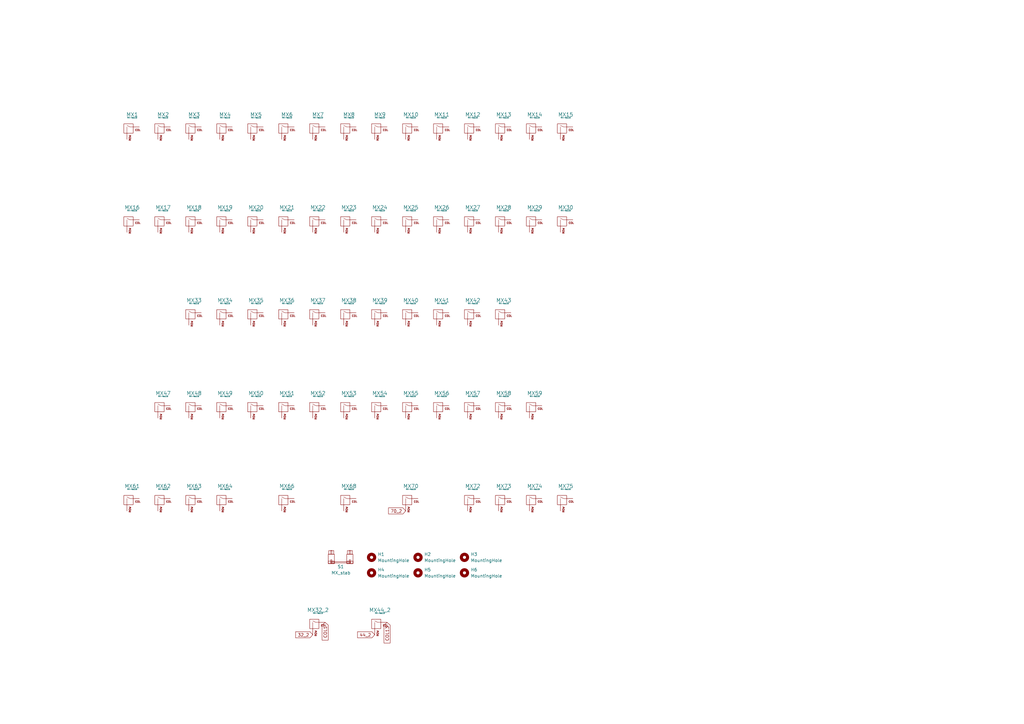
<source format=kicad_sch>
(kicad_sch (version 20230121) (generator eeschema)
  (paper "A3")
  (lib_symbols
    (symbol "MX_Alps_Hybrid:MX-NoLED" (pin_names (offset 1.016))
      (property "Reference" "MX" (at -0.635 3.81 0))
      (property "Value" "MX-NoLED" (at -0.635 1.27 0))
      (symbol "MX-NoLED_0_0"
        (rectangle (start -2.54 2.54) (end 1.27 -1.27))
        (polyline (pts (xy -1.27 -1.27) (xy -1.27 1.27)) (stroke (width 0.127)))
        (polyline (pts (xy 1.27 1.27) (xy 0 1.27) (xy -1.27 1.905)) (stroke (width 0.127)))
        (text "COL" (at 3.175 0 0) (effects (font (size 0.762 0.762))))
        (text "ROW" (at 0 -1.905 900) (effects (font (size 0.762 0.762)) (justify right)))
      )
      (symbol "MX-NoLED_1_1"
        (pin passive line (at 3.81 1.27 180) (length 2.54) (name "COL") (number "1"))
        (pin passive line (at -1.27 -3.81 90) (length 2.54) (name "ROW") (number "2"))
      )
    )
    (symbol "Mechanical:MountingHole" (pin_names (offset 1.016))
      (property "Reference" "H" (at 0 5.08 0))
      (property "Value" "MountingHole" (at 0 3.175 0))
      (symbol "MountingHole_0_1"
        (circle (center 0 0) (radius 1.27) (stroke (width 1.27)))
      )
    )
    (symbol "marbastlib-mx:MX_stab" (pin_names (offset 1.016))
      (property "Reference" "S" (at -5.08 6.35 0))
      (property "Value" "MX_stab" (at -5.08 3.81 0))
      (symbol "MX_stab_0_1"
        (rectangle (start -5.08 -1.524) (end -2.54 -2.54))
        (rectangle (start -5.08 1.27) (end -2.54 -2.54))
        (rectangle (start -4.826 2.794) (end -2.794 1.27))
        (rectangle (start -4.064 -2.286) (end -3.556 -1.016))
        (rectangle (start -4.064 -1.778) (end 4.064 -2.286))
        (rectangle (start -4.064 1.27) (end -3.556 2.794))
        (rectangle (start 2.54 -1.524) (end 5.08 -2.54))
        (rectangle (start 2.54 1.27) (end 5.08 -2.54))
        (rectangle (start 2.794 2.794) (end 4.826 1.27))
        (rectangle (start 3.556 1.27) (end 4.064 2.794))
        (rectangle (start 4.064 -2.286) (end 3.556 -1.016))
      )
    )
  )
  (global_label "COL1" (shape input) (at 133.35 255.27 270) (property "Intersheetrefs" "${INTERSHEET_REFS}" (effects hide)))
  (global_label "32_2" (shape input) (at 128.27 260.35 180) (property "Intersheetrefs" "${INTERSHEET_REFS}" (effects hide)))
  (global_label "70_2" (shape input) (at 166.37 209.55 180) (property "Intersheetrefs" "${INTERSHEET_REFS}" (effects hide)))
  (global_label "44_2" (shape input) (at 153.67 260.35 180) (property "Intersheetrefs" "${INTERSHEET_REFS}" (effects hide)))
  (global_label "COL13" (shape input) (at 158.75 255.27 270) (property "Intersheetrefs" "${INTERSHEET_REFS}" (effects hide)))
  (symbol (lib_id "MX_Alps_Hybrid:MX-NoLED") (at 167.64 91.44 0) (unit 1)
    (property "Reference" "MX25" (at 168.5256 85.09 0) (effects (font (size 1.524 1.524))))
    (property "Value" "MX-NoLED" (at 168.5256 86.36 0) (effects (font (size 0.508 0.508))))
    (property "Footprint" "marbastlib-xp-plate-mx:Plate-MP_MX_1u" (effects hide))
  )
  (symbol (lib_id "MX_Alps_Hybrid:MX-NoLED") (at 193.04 53.34 0) (unit 1)
    (property "Reference" "MX12" (at 193.9256 46.99 0) (effects (font (size 1.524 1.524))))
    (property "Value" "MX-NoLED" (at 193.9256 48.26 0) (effects (font (size 0.508 0.508))))
    (property "Footprint" "marbastlib-xp-plate-mx:Plate-MP_MX_1u" (effects hide))
  )
  (symbol (lib_id "MX_Alps_Hybrid:MX-NoLED") (at 66.04 53.34 0) (unit 1)
    (property "Reference" "MX2" (at 66.9256 46.99 0) (effects (font (size 1.524 1.524))))
    (property "Value" "MX-NoLED" (at 66.9256 48.26 0) (effects (font (size 0.508 0.508))))
    (property "Footprint" "marbastlib-xp-plate-mx:Plate-MP_MX_1u" (effects hide))
  )
  (symbol (lib_id "MX_Alps_Hybrid:MX-NoLED") (at 129.54 167.64 0) (unit 1)
    (property "Reference" "MX52" (at 130.4256 161.29 0) (effects (font (size 1.524 1.524))))
    (property "Value" "MX-NoLED" (at 130.4256 162.56 0) (effects (font (size 0.508 0.508))))
    (property "Footprint" "marbastlib-xp-plate-mx:Plate-MP_MX_1u" (effects hide))
  )
  (symbol (lib_id "MX_Alps_Hybrid:MX-NoLED") (at 91.44 91.44 0) (unit 1)
    (property "Reference" "MX19" (at 92.3256 85.09 0) (effects (font (size 1.524 1.524))))
    (property "Value" "MX-NoLED" (at 92.3256 86.36 0) (effects (font (size 0.508 0.508))))
    (property "Footprint" "marbastlib-xp-plate-mx:Plate-MP_MX_1u" (effects hide))
  )
  (symbol (lib_id "MX_Alps_Hybrid:MX-NoLED") (at 154.94 167.64 0) (unit 1)
    (property "Reference" "MX54" (at 155.8256 161.29 0) (effects (font (size 1.524 1.524))))
    (property "Value" "MX-NoLED" (at 155.8256 162.56 0) (effects (font (size 0.508 0.508))))
    (property "Footprint" "marbastlib-xp-plate-mx:Plate-MP_MX_1u" (effects hide))
  )
  (symbol (lib_id "MX_Alps_Hybrid:MX-NoLED") (at 78.74 129.54 0) (unit 1)
    (property "Reference" "MX33" (at 79.6256 123.19 0) (effects (font (size 1.524 1.524))))
    (property "Value" "MX-NoLED" (at 79.6256 124.46 0) (effects (font (size 0.508 0.508))))
    (property "Footprint" "marbastlib-xp-plate-mx:Plate-MP_MX_1u" (effects hide))
  )
  (symbol (lib_id "MX_Alps_Hybrid:MX-NoLED") (at 116.84 53.34 0) (unit 1)
    (property "Reference" "MX6" (at 117.7256 46.99 0) (effects (font (size 1.524 1.524))))
    (property "Value" "MX-NoLED" (at 117.7256 48.26 0) (effects (font (size 0.508 0.508))))
    (property "Footprint" "marbastlib-xp-plate-mx:Plate-MP_MX_1u" (effects hide))
  )
  (symbol (lib_id "MX_Alps_Hybrid:MX-NoLED") (at 154.94 53.34 0) (unit 1)
    (property "Reference" "MX9" (at 155.8256 46.99 0) (effects (font (size 1.524 1.524))))
    (property "Value" "MX-NoLED" (at 155.8256 48.26 0) (effects (font (size 0.508 0.508))))
    (property "Footprint" "marbastlib-xp-plate-mx:Plate-MP_MX_1u" (effects hide))
  )
  (symbol (lib_id "MX_Alps_Hybrid:MX-NoLED") (at 167.64 205.74 0) (unit 1)
    (property "Reference" "MX70" (at 168.5256 199.39 0) (effects (font (size 1.524 1.524))))
    (property "Value" "MX-NoLED" (at 168.5256 200.66 0) (effects (font (size 0.508 0.508))))
    (property "Footprint" "marbastlib-xp-plate-mx:Plate-MP_MX_1.25u" (effects hide))
  )
  (symbol (lib_id "MX_Alps_Hybrid:MX-NoLED") (at 91.44 205.74 0) (unit 1)
    (property "Reference" "MX64" (at 92.3256 199.39 0) (effects (font (size 1.524 1.524))))
    (property "Value" "MX-NoLED" (at 92.3256 200.66 0) (effects (font (size 0.508 0.508))))
    (property "Footprint" "marbastlib-xp-plate-mx:Plate-MP_MX_1u" (effects hide))
  )
  (symbol (lib_id "Mechanical:MountingHole") (at 190.5 234.95 0) (unit 1)
    (property "Reference" "H6" (at 193.04 233.6799 0) (effects (justify left)))
    (property "Value" "MountingHole" (at 193.04 236.2199 0) (effects (justify left)))
    (property "Footprint" "MountingHole:MountingHole_2.2mm_M2_Pad_TopOnly" (effects hide))
  )
  (symbol (lib_id "MX_Alps_Hybrid:MX-NoLED") (at 91.44 167.64 0) (unit 1)
    (property "Reference" "MX49" (at 92.3256 161.29 0) (effects (font (size 1.524 1.524))))
    (property "Value" "MX-NoLED" (at 92.3256 162.56 0) (effects (font (size 0.508 0.508))))
    (property "Footprint" "marbastlib-xp-plate-mx:Plate-MP_MX_1u" (effects hide))
  )
  (symbol (lib_id "MX_Alps_Hybrid:MX-NoLED") (at 129.54 53.34 0) (unit 1)
    (property "Reference" "MX7" (at 130.4256 46.99 0) (effects (font (size 1.524 1.524))))
    (property "Value" "MX-NoLED" (at 130.4256 48.26 0) (effects (font (size 0.508 0.508))))
    (property "Footprint" "marbastlib-xp-plate-mx:Plate-MP_MX_1u" (effects hide))
  )
  (symbol (lib_id "MX_Alps_Hybrid:MX-NoLED") (at 167.64 167.64 0) (unit 1)
    (property "Reference" "MX55" (at 168.5256 161.29 0) (effects (font (size 1.524 1.524))))
    (property "Value" "MX-NoLED" (at 168.5256 162.56 0) (effects (font (size 0.508 0.508))))
    (property "Footprint" "marbastlib-xp-plate-mx:Plate-MP_MX_1u" (effects hide))
  )
  (symbol (lib_id "MX_Alps_Hybrid:MX-NoLED") (at 218.44 53.34 0) (unit 1)
    (property "Reference" "MX14" (at 219.3256 46.99 0) (effects (font (size 1.524 1.524))))
    (property "Value" "MX-NoLED" (at 219.3256 48.26 0) (effects (font (size 0.508 0.508))))
    (property "Footprint" "marbastlib-xp-plate-mx:Plate-MP_MX_1u" (effects hide))
  )
  (symbol (lib_id "MX_Alps_Hybrid:MX-NoLED") (at 104.14 129.54 0) (unit 1)
    (property "Reference" "MX35" (at 105.0256 123.19 0) (effects (font (size 1.524 1.524))))
    (property "Value" "MX-NoLED" (at 105.0256 124.46 0) (effects (font (size 0.508 0.508))))
    (property "Footprint" "marbastlib-xp-plate-mx:Plate-MP_MX_1u" (effects hide))
  )
  (symbol (lib_id "MX_Alps_Hybrid:MX-NoLED") (at 91.44 53.34 0) (unit 1)
    (property "Reference" "MX4" (at 92.3256 46.99 0) (effects (font (size 1.524 1.524))))
    (property "Value" "MX-NoLED" (at 92.3256 48.26 0) (effects (font (size 0.508 0.508))))
    (property "Footprint" "marbastlib-xp-plate-mx:Plate-MP_MX_1u" (effects hide))
  )
  (symbol (lib_id "Mechanical:MountingHole") (at 190.5 228.6 0) (unit 1)
    (property "Reference" "H3" (at 193.04 227.3299 0) (effects (justify left)))
    (property "Value" "MountingHole" (at 193.04 229.8699 0) (effects (justify left)))
    (property "Footprint" "MountingHole:MountingHole_2.2mm_M2_Pad_TopOnly" (effects hide))
  )
  (symbol (lib_id "MX_Alps_Hybrid:MX-NoLED") (at 53.34 205.74 0) (unit 1)
    (property "Reference" "MX61" (at 54.2256 199.39 0) (effects (font (size 1.524 1.524))))
    (property "Value" "MX-NoLED" (at 54.2256 200.66 0) (effects (font (size 0.508 0.508))))
    (property "Footprint" "marbastlib-xp-plate-mx:Plate-MP_MX_1u" (effects hide))
  )
  (symbol (lib_id "MX_Alps_Hybrid:MX-NoLED") (at 218.44 205.74 0) (unit 1)
    (property "Reference" "MX74" (at 219.3256 199.39 0) (effects (font (size 1.524 1.524))))
    (property "Value" "MX-NoLED" (at 219.3256 200.66 0) (effects (font (size 0.508 0.508))))
    (property "Footprint" "marbastlib-xp-plate-mx:Plate-MP_MX_1u" (effects hide))
  )
  (symbol (lib_id "MX_Alps_Hybrid:MX-NoLED") (at 180.34 91.44 0) (unit 1)
    (property "Reference" "MX26" (at 181.2256 85.09 0) (effects (font (size 1.524 1.524))))
    (property "Value" "MX-NoLED" (at 181.2256 86.36 0) (effects (font (size 0.508 0.508))))
    (property "Footprint" "marbastlib-xp-plate-mx:Plate-MP_MX_1u" (effects hide))
  )
  (symbol (lib_id "MX_Alps_Hybrid:MX-NoLED") (at 104.14 53.34 0) (unit 1)
    (property "Reference" "MX5" (at 105.0256 46.99 0) (effects (font (size 1.524 1.524))))
    (property "Value" "MX-NoLED" (at 105.0256 48.26 0) (effects (font (size 0.508 0.508))))
    (property "Footprint" "marbastlib-xp-plate-mx:Plate-MP_MX_1u" (effects hide))
  )
  (symbol (lib_id "MX_Alps_Hybrid:MX-NoLED") (at 116.84 91.44 0) (unit 1)
    (property "Reference" "MX21" (at 117.7256 85.09 0) (effects (font (size 1.524 1.524))))
    (property "Value" "MX-NoLED" (at 117.7256 86.36 0) (effects (font (size 0.508 0.508))))
    (property "Footprint" "marbastlib-xp-plate-mx:Plate-MP_MX_1u" (effects hide))
  )
  (symbol (lib_id "MX_Alps_Hybrid:MX-NoLED") (at 116.84 205.74 0) (unit 1)
    (property "Reference" "MX66" (at 117.7256 199.39 0) (effects (font (size 1.524 1.524))))
    (property "Value" "MX-NoLED" (at 117.7256 200.66 0) (effects (font (size 0.508 0.508))))
    (property "Footprint" "marbastlib-xp-plate-mx:Plate-MP_MX_1.25u" (effects hide))
  )
  (symbol (lib_id "MX_Alps_Hybrid:MX-NoLED") (at 129.54 91.44 0) (unit 1)
    (property "Reference" "MX22" (at 130.4256 85.09 0) (effects (font (size 1.524 1.524))))
    (property "Value" "MX-NoLED" (at 130.4256 86.36 0) (effects (font (size 0.508 0.508))))
    (property "Footprint" "marbastlib-xp-plate-mx:Plate-MP_MX_1u" (effects hide))
  )
  (symbol (lib_id "MX_Alps_Hybrid:MX-NoLED") (at 231.14 91.44 0) (unit 1)
    (property "Reference" "MX30" (at 232.0256 85.09 0) (effects (font (size 1.524 1.524))))
    (property "Value" "MX-NoLED" (at 232.0256 86.36 0) (effects (font (size 0.508 0.508))))
    (property "Footprint" "marbastlib-xp-plate-mx:Plate-MP_MX_1u" (effects hide))
  )
  (symbol (lib_id "MX_Alps_Hybrid:MX-NoLED") (at 104.14 167.64 0) (unit 1)
    (property "Reference" "MX50" (at 105.0256 161.29 0) (effects (font (size 1.524 1.524))))
    (property "Value" "MX-NoLED" (at 105.0256 162.56 0) (effects (font (size 0.508 0.508))))
    (property "Footprint" "marbastlib-xp-plate-mx:Plate-MP_MX_1u" (effects hide))
  )
  (symbol (lib_id "MX_Alps_Hybrid:MX-NoLED") (at 78.74 91.44 0) (unit 1)
    (property "Reference" "MX18" (at 79.6256 85.09 0) (effects (font (size 1.524 1.524))))
    (property "Value" "MX-NoLED" (at 79.6256 86.36 0) (effects (font (size 0.508 0.508))))
    (property "Footprint" "marbastlib-xp-plate-mx:Plate-MP_MX_1u" (effects hide))
  )
  (symbol (lib_id "MX_Alps_Hybrid:MX-NoLED") (at 154.94 129.54 0) (unit 1)
    (property "Reference" "MX39" (at 155.8256 123.19 0) (effects (font (size 1.524 1.524))))
    (property "Value" "MX-NoLED" (at 155.8256 124.46 0) (effects (font (size 0.508 0.508))))
    (property "Footprint" "marbastlib-xp-plate-mx:Plate-MP_MX_1u" (effects hide))
  )
  (symbol (lib_id "MX_Alps_Hybrid:MX-NoLED") (at 116.84 129.54 0) (unit 1)
    (property "Reference" "MX36" (at 117.7256 123.19 0) (effects (font (size 1.524 1.524))))
    (property "Value" "MX-NoLED" (at 117.7256 124.46 0) (effects (font (size 0.508 0.508))))
    (property "Footprint" "marbastlib-xp-plate-mx:Plate-MP_MX_1u" (effects hide))
  )
  (symbol (lib_id "MX_Alps_Hybrid:MX-NoLED") (at 205.74 205.74 0) (unit 1)
    (property "Reference" "MX73" (at 206.6256 199.39 0) (effects (font (size 1.524 1.524))))
    (property "Value" "MX-NoLED" (at 206.6256 200.66 0) (effects (font (size 0.508 0.508))))
    (property "Footprint" "marbastlib-xp-plate-mx:Plate-MP_MX_1u" (effects hide))
  )
  (symbol (lib_id "MX_Alps_Hybrid:MX-NoLED") (at 205.74 129.54 0) (unit 1)
    (property "Reference" "MX43" (at 206.6256 123.19 0) (effects (font (size 1.524 1.524))))
    (property "Value" "MX-NoLED" (at 206.6256 124.46 0) (effects (font (size 0.508 0.508))))
    (property "Footprint" "marbastlib-xp-plate-mx:Plate-MP_MX_1u" (effects hide))
  )
  (symbol (lib_id "MX_Alps_Hybrid:MX-NoLED") (at 193.04 91.44 0) (unit 1)
    (property "Reference" "MX27" (at 193.9256 85.09 0) (effects (font (size 1.524 1.524))))
    (property "Value" "MX-NoLED" (at 193.9256 86.36 0) (effects (font (size 0.508 0.508))))
    (property "Footprint" "marbastlib-xp-plate-mx:Plate-MP_MX_1u" (effects hide))
  )
  (symbol (lib_id "MX_Alps_Hybrid:MX-NoLED") (at 167.64 53.34 0) (unit 1)
    (property "Reference" "MX10" (at 168.5256 46.99 0) (effects (font (size 1.524 1.524))))
    (property "Value" "MX-NoLED" (at 168.5256 48.26 0) (effects (font (size 0.508 0.508))))
    (property "Footprint" "marbastlib-xp-plate-mx:Plate-MP_MX_1u" (effects hide))
  )
  (symbol (lib_id "MX_Alps_Hybrid:MX-NoLED") (at 193.04 167.64 0) (unit 1)
    (property "Reference" "MX57" (at 193.9256 161.29 0) (effects (font (size 1.524 1.524))))
    (property "Value" "MX-NoLED" (at 193.9256 162.56 0) (effects (font (size 0.508 0.508))))
    (property "Footprint" "marbastlib-xp-plate-mx:Plate-MP_MX_1u" (effects hide))
  )
  (symbol (lib_id "MX_Alps_Hybrid:MX-NoLED") (at 231.14 205.74 0) (unit 1)
    (property "Reference" "MX75" (at 232.0256 199.39 0) (effects (font (size 1.524 1.524))))
    (property "Value" "MX-NoLED" (at 232.0256 200.66 0) (effects (font (size 0.508 0.508))))
    (property "Footprint" "marbastlib-xp-plate-mx:Plate-MP_MX_1u" (effects hide))
  )
  (symbol (lib_id "MX_Alps_Hybrid:MX-NoLED") (at 116.84 167.64 0) (unit 1)
    (property "Reference" "MX51" (at 117.7256 161.29 0) (effects (font (size 1.524 1.524))))
    (property "Value" "MX-NoLED" (at 117.7256 162.56 0) (effects (font (size 0.508 0.508))))
    (property "Footprint" "marbastlib-xp-plate-mx:Plate-MP_MX_1u" (effects hide))
  )
  (symbol (lib_id "marbastlib-mx:MX_stab") (at 139.7 228.6 0) (unit 1)
    (property "Reference" "S1" (at 138.43 232.41 0) (effects (justify left)))
    (property "Value" "MX_stab" (at 135.89 234.95 0) (effects (justify left)))
    (property "Footprint" "marbastlib-xp-plate-mx:Plate-MP_MX_7u" (effects hide))
  )
  (symbol (lib_id "MX_Alps_Hybrid:MX-NoLED") (at 193.04 205.74 0) (unit 1)
    (property "Reference" "MX72" (at 193.9256 199.39 0) (effects (font (size 1.524 1.524))))
    (property "Value" "MX-NoLED" (at 193.9256 200.66 0) (effects (font (size 0.508 0.508))))
    (property "Footprint" "marbastlib-xp-plate-mx:Plate-MP_MX_1u" (effects hide))
  )
  (symbol (lib_id "MX_Alps_Hybrid:MX-NoLED") (at 154.94 256.54 0) (unit 1)
    (property "Reference" "MX44_2" (at 155.8256 250.19 0) (effects (font (size 1.524 1.524))))
    (property "Value" "MX-NoLED" (at 155.8256 251.46 0) (effects (font (size 0.508 0.508))))
    (property "Footprint" "marbastlib-xp-plate-mx:Plate-MP_MX_STP-CAPS" (effects hide))
  )
  (symbol (lib_id "MX_Alps_Hybrid:MX-NoLED") (at 66.04 167.64 0) (unit 1)
    (property "Reference" "MX47" (at 66.9256 161.29 0) (effects (font (size 1.524 1.524))))
    (property "Value" "MX-NoLED" (at 66.9256 162.56 0) (effects (font (size 0.508 0.508))))
    (property "Footprint" "marbastlib-xp-plate-mx:Plate-MP_MX_1.5u" (effects hide))
  )
  (symbol (lib_id "MX_Alps_Hybrid:MX-NoLED") (at 205.74 53.34 0) (unit 1)
    (property "Reference" "MX13" (at 206.6256 46.99 0) (effects (font (size 1.524 1.524))))
    (property "Value" "MX-NoLED" (at 206.6256 48.26 0) (effects (font (size 0.508 0.508))))
    (property "Footprint" "marbastlib-xp-plate-mx:Plate-MP_MX_1u" (effects hide))
  )
  (symbol (lib_id "MX_Alps_Hybrid:MX-NoLED") (at 78.74 53.34 0) (unit 1)
    (property "Reference" "MX3" (at 79.6256 46.99 0) (effects (font (size 1.524 1.524))))
    (property "Value" "MX-NoLED" (at 79.6256 48.26 0) (effects (font (size 0.508 0.508))))
    (property "Footprint" "marbastlib-xp-plate-mx:Plate-MP_MX_1u" (effects hide))
  )
  (symbol (lib_id "MX_Alps_Hybrid:MX-NoLED") (at 142.24 129.54 0) (unit 1)
    (property "Reference" "MX38" (at 143.1256 123.19 0) (effects (font (size 1.524 1.524))))
    (property "Value" "MX-NoLED" (at 143.1256 124.46 0) (effects (font (size 0.508 0.508))))
    (property "Footprint" "marbastlib-xp-plate-mx:Plate-MP_MX_1.5u" (effects hide))
  )
  (symbol (lib_id "Mechanical:MountingHole") (at 171.45 228.6 0) (unit 1)
    (property "Reference" "H2" (at 173.99 227.3299 0) (effects (justify left)))
    (property "Value" "MountingHole" (at 173.99 229.8699 0) (effects (justify left)))
    (property "Footprint" "MountingHole:MountingHole_2.2mm_M2_Pad_TopOnly" (effects hide))
  )
  (symbol (lib_id "MX_Alps_Hybrid:MX-NoLED") (at 78.74 167.64 0) (unit 1)
    (property "Reference" "MX48" (at 79.6256 161.29 0) (effects (font (size 1.524 1.524))))
    (property "Value" "MX-NoLED" (at 79.6256 162.56 0) (effects (font (size 0.508 0.508))))
    (property "Footprint" "marbastlib-xp-plate-mx:Plate-MP_MX_1u" (effects hide))
  )
  (symbol (lib_id "MX_Alps_Hybrid:MX-NoLED") (at 53.34 53.34 0) (unit 1)
    (property "Reference" "MX1" (at 54.2256 46.99 0) (effects (font (size 1.524 1.524))))
    (property "Value" "MX-NoLED" (at 54.2256 48.26 0) (effects (font (size 0.508 0.508))))
    (property "Footprint" "marbastlib-xp-plate-mx:Plate-MP_MX_1u" (effects hide))
  )
  (symbol (lib_id "MX_Alps_Hybrid:MX-NoLED") (at 129.54 129.54 0) (unit 1)
    (property "Reference" "MX37" (at 130.4256 123.19 0) (effects (font (size 1.524 1.524))))
    (property "Value" "MX-NoLED" (at 130.4256 124.46 0) (effects (font (size 0.508 0.508))))
    (property "Footprint" "marbastlib-xp-plate-mx:Plate-MP_MX_1u" (effects hide))
  )
  (symbol (lib_id "MX_Alps_Hybrid:MX-NoLED") (at 142.24 167.64 0) (unit 1)
    (property "Reference" "MX53" (at 143.1256 161.29 0) (effects (font (size 1.524 1.524))))
    (property "Value" "MX-NoLED" (at 143.1256 162.56 0) (effects (font (size 0.508 0.508))))
    (property "Footprint" "marbastlib-xp-plate-mx:Plate-MP_MX_1u" (effects hide))
  )
  (symbol (lib_id "MX_Alps_Hybrid:MX-NoLED") (at 66.04 91.44 0) (unit 1)
    (property "Reference" "MX17" (at 66.9256 85.09 0) (effects (font (size 1.524 1.524))))
    (property "Value" "MX-NoLED" (at 66.9256 86.36 0) (effects (font (size 0.508 0.508))))
    (property "Footprint" "marbastlib-xp-plate-mx:Plate-MP_MX_1u" (effects hide))
  )
  (symbol (lib_id "MX_Alps_Hybrid:MX-NoLED") (at 142.24 205.74 0) (unit 1)
    (property "Reference" "MX68" (at 143.1256 199.39 0) (effects (font (size 1.524 1.524))))
    (property "Value" "MX-NoLED" (at 143.1256 200.66 0) (effects (font (size 0.508 0.508))))
    (property "Footprint" "marbastlib-xp-plate-mx:Plate-MP_MX_1u" (effects hide))
  )
  (symbol (lib_id "MX_Alps_Hybrid:MX-NoLED") (at 205.74 167.64 0) (unit 1)
    (property "Reference" "MX58" (at 206.6256 161.29 0) (effects (font (size 1.524 1.524))))
    (property "Value" "MX-NoLED" (at 206.6256 162.56 0) (effects (font (size 0.508 0.508))))
    (property "Footprint" "marbastlib-xp-plate-mx:Plate-MP_MX_1u" (effects hide))
  )
  (symbol (lib_id "MX_Alps_Hybrid:MX-NoLED") (at 104.14 91.44 0) (unit 1)
    (property "Reference" "MX20" (at 105.0256 85.09 0) (effects (font (size 1.524 1.524))))
    (property "Value" "MX-NoLED" (at 105.0256 86.36 0) (effects (font (size 0.508 0.508))))
    (property "Footprint" "marbastlib-xp-plate-mx:Plate-MP_MX_1u" (effects hide))
  )
  (symbol (lib_id "Mechanical:MountingHole") (at 152.4 228.6 0) (unit 1)
    (property "Reference" "H1" (at 154.94 227.3299 0) (effects (justify left)))
    (property "Value" "MountingHole" (at 154.94 229.8699 0) (effects (justify left)))
    (property "Footprint" "MountingHole:MountingHole_2.2mm_M2_Pad_TopOnly" (effects hide))
  )
  (symbol (lib_id "Mechanical:MountingHole") (at 152.4 234.95 0) (unit 1)
    (property "Reference" "H4" (at 154.94 233.6799 0) (effects (justify left)))
    (property "Value" "MountingHole" (at 154.94 236.2199 0) (effects (justify left)))
    (property "Footprint" "MountingHole:MountingHole_2.2mm_M2_Pad_TopOnly" (effects hide))
  )
  (symbol (lib_id "MX_Alps_Hybrid:MX-NoLED") (at 66.04 205.74 0) (unit 1)
    (property "Reference" "MX62" (at 66.9256 199.39 0) (effects (font (size 1.524 1.524))))
    (property "Value" "MX-NoLED" (at 66.9256 200.66 0) (effects (font (size 0.508 0.508))))
    (property "Footprint" "marbastlib-xp-plate-mx:Plate-MP_MX_1u" (effects hide))
  )
  (symbol (lib_id "MX_Alps_Hybrid:MX-NoLED") (at 218.44 167.64 0) (unit 1)
    (property "Reference" "MX59" (at 219.3256 161.29 0) (effects (font (size 1.524 1.524))))
    (property "Value" "MX-NoLED" (at 219.3256 162.56 0) (effects (font (size 0.508 0.508))))
    (property "Footprint" "marbastlib-xp-plate-mx:Plate-MP_MX_1.5u" (effects hide))
  )
  (symbol (lib_id "MX_Alps_Hybrid:MX-NoLED") (at 53.34 91.44 0) (unit 1)
    (property "Reference" "MX16" (at 54.2256 85.09 0) (effects (font (size 1.524 1.524))))
    (property "Value" "MX-NoLED" (at 54.2256 86.36 0) (effects (font (size 0.508 0.508))))
    (property "Footprint" "marbastlib-xp-plate-mx:Plate-MP_MX_1u" (effects hide))
  )
  (symbol (lib_id "MX_Alps_Hybrid:MX-NoLED") (at 142.24 53.34 0) (unit 1)
    (property "Reference" "MX8" (at 143.1256 46.99 0) (effects (font (size 1.524 1.524))))
    (property "Value" "MX-NoLED" (at 143.1256 48.26 0) (effects (font (size 0.508 0.508))))
    (property "Footprint" "marbastlib-xp-plate-mx:Plate-MP_MX_1u" (effects hide))
  )
  (symbol (lib_id "MX_Alps_Hybrid:MX-NoLED") (at 180.34 129.54 0) (unit 1)
    (property "Reference" "MX41" (at 181.2256 123.19 0) (effects (font (size 1.524 1.524))))
    (property "Value" "MX-NoLED" (at 181.2256 124.46 0) (effects (font (size 0.508 0.508))))
    (property "Footprint" "marbastlib-xp-plate-mx:Plate-MP_MX_1u" (effects hide))
  )
  (symbol (lib_id "MX_Alps_Hybrid:MX-NoLED") (at 205.74 91.44 0) (unit 1)
    (property "Reference" "MX28" (at 206.6256 85.09 0) (effects (font (size 1.524 1.524))))
    (property "Value" "MX-NoLED" (at 206.6256 86.36 0) (effects (font (size 0.508 0.508))))
    (property "Footprint" "marbastlib-xp-plate-mx:Plate-MP_MX_1u" (effects hide))
  )
  (symbol (lib_id "MX_Alps_Hybrid:MX-NoLED") (at 142.24 91.44 0) (unit 1)
    (property "Reference" "MX23" (at 143.1256 85.09 0) (effects (font (size 1.524 1.524))))
    (property "Value" "MX-NoLED" (at 143.1256 86.36 0) (effects (font (size 0.508 0.508))))
    (property "Footprint" "marbastlib-xp-plate-mx:Plate-MP_MX_1u" (effects hide))
  )
  (symbol (lib_id "MX_Alps_Hybrid:MX-NoLED") (at 231.14 53.34 0) (unit 1)
    (property "Reference" "MX15" (at 232.0256 46.99 0) (effects (font (size 1.524 1.524))))
    (property "Value" "MX-NoLED" (at 232.0256 48.26 0) (effects (font (size 0.508 0.508))))
    (property "Footprint" "marbastlib-xp-plate-mx:Plate-MP_MX_1u" (effects hide))
  )
  (symbol (lib_id "Mechanical:MountingHole") (at 171.45 234.95 0) (unit 1)
    (property "Reference" "H5" (at 173.99 233.6799 0) (effects (justify left)))
    (property "Value" "MountingHole" (at 173.99 236.2199 0) (effects (justify left)))
    (property "Footprint" "MountingHole:MountingHole_2.2mm_M2_Pad_TopOnly" (effects hide))
  )
  (symbol (lib_id "MX_Alps_Hybrid:MX-NoLED") (at 180.34 167.64 0) (unit 1)
    (property "Reference" "MX56" (at 181.2256 161.29 0) (effects (font (size 1.524 1.524))))
    (property "Value" "MX-NoLED" (at 181.2256 162.56 0) (effects (font (size 0.508 0.508))))
    (property "Footprint" "marbastlib-xp-plate-mx:Plate-MP_MX_1u" (effects hide))
  )
  (symbol (lib_id "MX_Alps_Hybrid:MX-NoLED") (at 154.94 91.44 0) (unit 1)
    (property "Reference" "MX24" (at 155.8256 85.09 0) (effects (font (size 1.524 1.524))))
    (property "Value" "MX-NoLED" (at 155.8256 86.36 0) (effects (font (size 0.508 0.508))))
    (property "Footprint" "marbastlib-xp-plate-mx:Plate-MP_MX_1u" (effects hide))
  )
  (symbol (lib_id "MX_Alps_Hybrid:MX-NoLED") (at 193.04 129.54 0) (unit 1)
    (property "Reference" "MX42" (at 193.9256 123.19 0) (effects (font (size 1.524 1.524))))
    (property "Value" "MX-NoLED" (at 193.9256 124.46 0) (effects (font (size 0.508 0.508))))
    (property "Footprint" "marbastlib-xp-plate-mx:Plate-MP_MX_1u" (effects hide))
  )
  (symbol (lib_id "MX_Alps_Hybrid:MX-NoLED") (at 167.64 129.54 0) (unit 1)
    (property "Reference" "MX40" (at 168.5256 123.19 0) (effects (font (size 1.524 1.524))))
    (property "Value" "MX-NoLED" (at 168.5256 124.46 0) (effects (font (size 0.508 0.508))))
    (property "Footprint" "marbastlib-xp-plate-mx:Plate-MP_MX_1u" (effects hide))
  )
  (symbol (lib_id "MX_Alps_Hybrid:MX-NoLED") (at 129.54 256.54 0) (unit 1)
    (property "Reference" "MX32_2" (at 130.4256 250.19 0) (effects (font (size 1.524 1.524))))
    (property "Value" "MX-NoLED" (at 130.4256 251.46 0) (effects (font (size 0.508 0.508))))
    (property "Footprint" "marbastlib-xp-plate-mx:Plate-MP_MX_STP-CAPS" (effects hide))
  )
  (symbol (lib_id "MX_Alps_Hybrid:MX-NoLED") (at 91.44 129.54 0) (unit 1)
    (property "Reference" "MX34" (at 92.3256 123.19 0) (effects (font (size 1.524 1.524))))
    (property "Value" "MX-NoLED" (at 92.3256 124.46 0) (effects (font (size 0.508 0.508))))
    (property "Footprint" "marbastlib-xp-plate-mx:Plate-MP_MX_1u" (effects hide))
  )
  (symbol (lib_id "MX_Alps_Hybrid:MX-NoLED") (at 78.74 205.74 0) (unit 1)
    (property "Reference" "MX63" (at 79.6256 199.39 0) (effects (font (size 1.524 1.524))))
    (property "Value" "MX-NoLED" (at 79.6256 200.66 0) (effects (font (size 0.508 0.508))))
    (property "Footprint" "marbastlib-xp-plate-mx:Plate-MP_MX_1u" (effects hide))
  )
  (symbol (lib_id "MX_Alps_Hybrid:MX-NoLED") (at 180.34 53.34 0) (unit 1)
    (property "Reference" "MX11" (at 181.2256 46.99 0) (effects (font (size 1.524 1.524))))
    (property "Value" "MX-NoLED" (at 181.2256 48.26 0) (effects (font (size 0.508 0.508))))
    (property "Footprint" "marbastlib-xp-plate-mx:Plate-MP_MX_1u" (effects hide))
  )
  (symbol (lib_id "MX_Alps_Hybrid:MX-NoLED") (at 218.44 91.44 0) (unit 1)
    (property "Reference" "MX29" (at 219.3256 85.09 0) (effects (font (size 1.524 1.524))))
    (property "Value" "MX-NoLED" (at 219.3256 86.36 0) (effects (font (size 0.508 0.508))))
    (property "Footprint" "marbastlib-xp-plate-mx:Plate-MP_MX_1u" (effects hide))
  )
)
</source>
